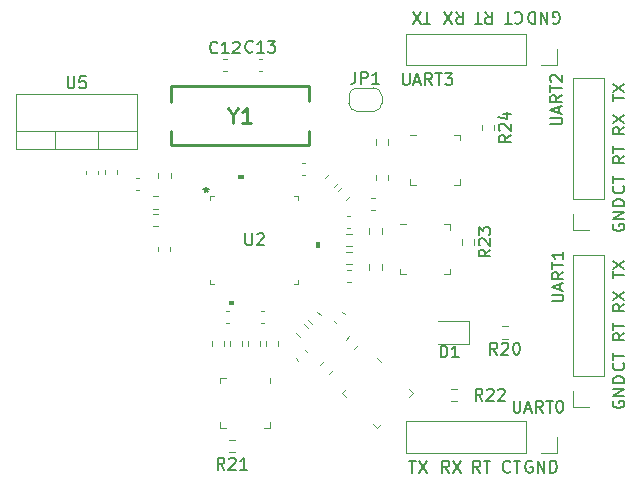
<source format=gbr>
%TF.GenerationSoftware,KiCad,Pcbnew,6.0.7-f9a2dced07~116~ubuntu22.04.1*%
%TF.CreationDate,2022-08-22T18:57:46+02:00*%
%TF.ProjectId,First,46697273-742e-46b6-9963-61645f706362,rev?*%
%TF.SameCoordinates,Original*%
%TF.FileFunction,Legend,Top*%
%TF.FilePolarity,Positive*%
%FSLAX46Y46*%
G04 Gerber Fmt 4.6, Leading zero omitted, Abs format (unit mm)*
G04 Created by KiCad (PCBNEW 6.0.7-f9a2dced07~116~ubuntu22.04.1) date 2022-08-22 18:57:46*
%MOMM*%
%LPD*%
G01*
G04 APERTURE LIST*
%ADD10C,0.150000*%
%ADD11C,0.254000*%
%ADD12C,0.120000*%
%ADD13C,0.100000*%
G04 APERTURE END LIST*
D10*
X141985904Y-38854000D02*
X142081142Y-38901619D01*
X142224000Y-38901619D01*
X142366857Y-38854000D01*
X142462095Y-38758761D01*
X142509714Y-38663523D01*
X142557333Y-38473047D01*
X142557333Y-38330190D01*
X142509714Y-38139714D01*
X142462095Y-38044476D01*
X142366857Y-37949238D01*
X142224000Y-37901619D01*
X142128761Y-37901619D01*
X141985904Y-37949238D01*
X141938285Y-37996857D01*
X141938285Y-38330190D01*
X142128761Y-38330190D01*
X141509714Y-37901619D02*
X141509714Y-38901619D01*
X140938285Y-37901619D01*
X140938285Y-38901619D01*
X140462095Y-37901619D02*
X140462095Y-38901619D01*
X140224000Y-38901619D01*
X140081142Y-38854000D01*
X139985904Y-38758761D01*
X139938285Y-38663523D01*
X139890666Y-38473047D01*
X139890666Y-38330190D01*
X139938285Y-38139714D01*
X139985904Y-38044476D01*
X140081142Y-37949238D01*
X140224000Y-37901619D01*
X140462095Y-37901619D01*
X138755428Y-37996857D02*
X138803047Y-37949238D01*
X138945904Y-37901619D01*
X139041142Y-37901619D01*
X139184000Y-37949238D01*
X139279238Y-38044476D01*
X139326857Y-38139714D01*
X139374476Y-38330190D01*
X139374476Y-38473047D01*
X139326857Y-38663523D01*
X139279238Y-38758761D01*
X139184000Y-38854000D01*
X139041142Y-38901619D01*
X138945904Y-38901619D01*
X138803047Y-38854000D01*
X138755428Y-38806380D01*
X138469714Y-38901619D02*
X137898285Y-38901619D01*
X138184000Y-37901619D02*
X138184000Y-38901619D01*
X133770666Y-37901619D02*
X134104000Y-38377809D01*
X134342095Y-37901619D02*
X134342095Y-38901619D01*
X133961142Y-38901619D01*
X133865904Y-38854000D01*
X133818285Y-38806380D01*
X133770666Y-38711142D01*
X133770666Y-38568285D01*
X133818285Y-38473047D01*
X133865904Y-38425428D01*
X133961142Y-38377809D01*
X134342095Y-38377809D01*
X133437333Y-38901619D02*
X132770666Y-37901619D01*
X132770666Y-38901619D02*
X133437333Y-37901619D01*
X136215428Y-37901619D02*
X136548761Y-38377809D01*
X136786857Y-37901619D02*
X136786857Y-38901619D01*
X136405904Y-38901619D01*
X136310666Y-38854000D01*
X136263047Y-38806380D01*
X136215428Y-38711142D01*
X136215428Y-38568285D01*
X136263047Y-38473047D01*
X136310666Y-38425428D01*
X136405904Y-38377809D01*
X136786857Y-38377809D01*
X135929714Y-38901619D02*
X135358285Y-38901619D01*
X135644000Y-37901619D02*
X135644000Y-38901619D01*
X131571904Y-38901619D02*
X131000476Y-38901619D01*
X131286190Y-37901619D02*
X131286190Y-38901619D01*
X130762380Y-38901619D02*
X130095714Y-37901619D01*
X130095714Y-38901619D02*
X130762380Y-37901619D01*
X147074000Y-55879904D02*
X147026380Y-55975142D01*
X147026380Y-56118000D01*
X147074000Y-56260857D01*
X147169238Y-56356095D01*
X147264476Y-56403714D01*
X147454952Y-56451333D01*
X147597809Y-56451333D01*
X147788285Y-56403714D01*
X147883523Y-56356095D01*
X147978761Y-56260857D01*
X148026380Y-56118000D01*
X148026380Y-56022761D01*
X147978761Y-55879904D01*
X147931142Y-55832285D01*
X147597809Y-55832285D01*
X147597809Y-56022761D01*
X148026380Y-55403714D02*
X147026380Y-55403714D01*
X148026380Y-54832285D01*
X147026380Y-54832285D01*
X148026380Y-54356095D02*
X147026380Y-54356095D01*
X147026380Y-54118000D01*
X147074000Y-53975142D01*
X147169238Y-53879904D01*
X147264476Y-53832285D01*
X147454952Y-53784666D01*
X147597809Y-53784666D01*
X147788285Y-53832285D01*
X147883523Y-53879904D01*
X147978761Y-53975142D01*
X148026380Y-54118000D01*
X148026380Y-54356095D01*
X147931142Y-52649428D02*
X147978761Y-52697047D01*
X148026380Y-52839904D01*
X148026380Y-52935142D01*
X147978761Y-53078000D01*
X147883523Y-53173238D01*
X147788285Y-53220857D01*
X147597809Y-53268476D01*
X147454952Y-53268476D01*
X147264476Y-53220857D01*
X147169238Y-53173238D01*
X147074000Y-53078000D01*
X147026380Y-52935142D01*
X147026380Y-52839904D01*
X147074000Y-52697047D01*
X147121619Y-52649428D01*
X147026380Y-52363714D02*
X147026380Y-51792285D01*
X148026380Y-52078000D02*
X147026380Y-52078000D01*
X148026380Y-47664666D02*
X147550190Y-47998000D01*
X148026380Y-48236095D02*
X147026380Y-48236095D01*
X147026380Y-47855142D01*
X147074000Y-47759904D01*
X147121619Y-47712285D01*
X147216857Y-47664666D01*
X147359714Y-47664666D01*
X147454952Y-47712285D01*
X147502571Y-47759904D01*
X147550190Y-47855142D01*
X147550190Y-48236095D01*
X147026380Y-47331333D02*
X148026380Y-46664666D01*
X147026380Y-46664666D02*
X148026380Y-47331333D01*
X148026380Y-50109428D02*
X147550190Y-50442761D01*
X148026380Y-50680857D02*
X147026380Y-50680857D01*
X147026380Y-50299904D01*
X147074000Y-50204666D01*
X147121619Y-50157047D01*
X147216857Y-50109428D01*
X147359714Y-50109428D01*
X147454952Y-50157047D01*
X147502571Y-50204666D01*
X147550190Y-50299904D01*
X147550190Y-50680857D01*
X147026380Y-49823714D02*
X147026380Y-49252285D01*
X148026380Y-49538000D02*
X147026380Y-49538000D01*
X147026380Y-45465904D02*
X147026380Y-44894476D01*
X148026380Y-45180190D02*
X147026380Y-45180190D01*
X147026380Y-44656380D02*
X148026380Y-43989714D01*
X147026380Y-43989714D02*
X148026380Y-44656380D01*
X148026380Y-65095428D02*
X147550190Y-65428761D01*
X148026380Y-65666857D02*
X147026380Y-65666857D01*
X147026380Y-65285904D01*
X147074000Y-65190666D01*
X147121619Y-65143047D01*
X147216857Y-65095428D01*
X147359714Y-65095428D01*
X147454952Y-65143047D01*
X147502571Y-65190666D01*
X147550190Y-65285904D01*
X147550190Y-65666857D01*
X147026380Y-64809714D02*
X147026380Y-64238285D01*
X148026380Y-64524000D02*
X147026380Y-64524000D01*
X147026380Y-60451904D02*
X147026380Y-59880476D01*
X148026380Y-60166190D02*
X147026380Y-60166190D01*
X147026380Y-59642380D02*
X148026380Y-58975714D01*
X147026380Y-58975714D02*
X148026380Y-59642380D01*
X147074000Y-70865904D02*
X147026380Y-70961142D01*
X147026380Y-71104000D01*
X147074000Y-71246857D01*
X147169238Y-71342095D01*
X147264476Y-71389714D01*
X147454952Y-71437333D01*
X147597809Y-71437333D01*
X147788285Y-71389714D01*
X147883523Y-71342095D01*
X147978761Y-71246857D01*
X148026380Y-71104000D01*
X148026380Y-71008761D01*
X147978761Y-70865904D01*
X147931142Y-70818285D01*
X147597809Y-70818285D01*
X147597809Y-71008761D01*
X148026380Y-70389714D02*
X147026380Y-70389714D01*
X148026380Y-69818285D01*
X147026380Y-69818285D01*
X148026380Y-69342095D02*
X147026380Y-69342095D01*
X147026380Y-69104000D01*
X147074000Y-68961142D01*
X147169238Y-68865904D01*
X147264476Y-68818285D01*
X147454952Y-68770666D01*
X147597809Y-68770666D01*
X147788285Y-68818285D01*
X147883523Y-68865904D01*
X147978761Y-68961142D01*
X148026380Y-69104000D01*
X148026380Y-69342095D01*
X147931142Y-67635428D02*
X147978761Y-67683047D01*
X148026380Y-67825904D01*
X148026380Y-67921142D01*
X147978761Y-68064000D01*
X147883523Y-68159238D01*
X147788285Y-68206857D01*
X147597809Y-68254476D01*
X147454952Y-68254476D01*
X147264476Y-68206857D01*
X147169238Y-68159238D01*
X147074000Y-68064000D01*
X147026380Y-67921142D01*
X147026380Y-67825904D01*
X147074000Y-67683047D01*
X147121619Y-67635428D01*
X147026380Y-67349714D02*
X147026380Y-66778285D01*
X148026380Y-67064000D02*
X147026380Y-67064000D01*
X148026380Y-62650666D02*
X147550190Y-62984000D01*
X148026380Y-63222095D02*
X147026380Y-63222095D01*
X147026380Y-62841142D01*
X147074000Y-62745904D01*
X147121619Y-62698285D01*
X147216857Y-62650666D01*
X147359714Y-62650666D01*
X147454952Y-62698285D01*
X147502571Y-62745904D01*
X147550190Y-62841142D01*
X147550190Y-63222095D01*
X147026380Y-62317333D02*
X148026380Y-61650666D01*
X147026380Y-61650666D02*
X148026380Y-62317333D01*
X140208095Y-75954000D02*
X140112857Y-75906380D01*
X139970000Y-75906380D01*
X139827142Y-75954000D01*
X139731904Y-76049238D01*
X139684285Y-76144476D01*
X139636666Y-76334952D01*
X139636666Y-76477809D01*
X139684285Y-76668285D01*
X139731904Y-76763523D01*
X139827142Y-76858761D01*
X139970000Y-76906380D01*
X140065238Y-76906380D01*
X140208095Y-76858761D01*
X140255714Y-76811142D01*
X140255714Y-76477809D01*
X140065238Y-76477809D01*
X140684285Y-76906380D02*
X140684285Y-75906380D01*
X141255714Y-76906380D01*
X141255714Y-75906380D01*
X141731904Y-76906380D02*
X141731904Y-75906380D01*
X141970000Y-75906380D01*
X142112857Y-75954000D01*
X142208095Y-76049238D01*
X142255714Y-76144476D01*
X142303333Y-76334952D01*
X142303333Y-76477809D01*
X142255714Y-76668285D01*
X142208095Y-76763523D01*
X142112857Y-76858761D01*
X141970000Y-76906380D01*
X141731904Y-76906380D01*
X138358571Y-76811142D02*
X138310952Y-76858761D01*
X138168095Y-76906380D01*
X138072857Y-76906380D01*
X137930000Y-76858761D01*
X137834761Y-76763523D01*
X137787142Y-76668285D01*
X137739523Y-76477809D01*
X137739523Y-76334952D01*
X137787142Y-76144476D01*
X137834761Y-76049238D01*
X137930000Y-75954000D01*
X138072857Y-75906380D01*
X138168095Y-75906380D01*
X138310952Y-75954000D01*
X138358571Y-76001619D01*
X138644285Y-75906380D02*
X139215714Y-75906380D01*
X138930000Y-76906380D02*
X138930000Y-75906380D01*
X135818571Y-76906380D02*
X135485238Y-76430190D01*
X135247142Y-76906380D02*
X135247142Y-75906380D01*
X135628095Y-75906380D01*
X135723333Y-75954000D01*
X135770952Y-76001619D01*
X135818571Y-76096857D01*
X135818571Y-76239714D01*
X135770952Y-76334952D01*
X135723333Y-76382571D01*
X135628095Y-76430190D01*
X135247142Y-76430190D01*
X136104285Y-75906380D02*
X136675714Y-75906380D01*
X136390000Y-76906380D02*
X136390000Y-75906380D01*
X133183333Y-76906380D02*
X132850000Y-76430190D01*
X132611904Y-76906380D02*
X132611904Y-75906380D01*
X132992857Y-75906380D01*
X133088095Y-75954000D01*
X133135714Y-76001619D01*
X133183333Y-76096857D01*
X133183333Y-76239714D01*
X133135714Y-76334952D01*
X133088095Y-76382571D01*
X132992857Y-76430190D01*
X132611904Y-76430190D01*
X133516666Y-75906380D02*
X134183333Y-76906380D01*
X134183333Y-75906380D02*
X133516666Y-76906380D01*
X129794095Y-75906380D02*
X130365523Y-75906380D01*
X130079809Y-76906380D02*
X130079809Y-75906380D01*
X130603619Y-75906380D02*
X131270285Y-76906380D01*
X131270285Y-75906380D02*
X130603619Y-76906380D01*
%TO.C,R22*%
X136009142Y-70814380D02*
X135675809Y-70338190D01*
X135437714Y-70814380D02*
X135437714Y-69814380D01*
X135818666Y-69814380D01*
X135913904Y-69862000D01*
X135961523Y-69909619D01*
X136009142Y-70004857D01*
X136009142Y-70147714D01*
X135961523Y-70242952D01*
X135913904Y-70290571D01*
X135818666Y-70338190D01*
X135437714Y-70338190D01*
X136390095Y-69909619D02*
X136437714Y-69862000D01*
X136532952Y-69814380D01*
X136771047Y-69814380D01*
X136866285Y-69862000D01*
X136913904Y-69909619D01*
X136961523Y-70004857D01*
X136961523Y-70100095D01*
X136913904Y-70242952D01*
X136342476Y-70814380D01*
X136961523Y-70814380D01*
X137342476Y-69909619D02*
X137390095Y-69862000D01*
X137485333Y-69814380D01*
X137723428Y-69814380D01*
X137818666Y-69862000D01*
X137866285Y-69909619D01*
X137913904Y-70004857D01*
X137913904Y-70100095D01*
X137866285Y-70242952D01*
X137294857Y-70814380D01*
X137913904Y-70814380D01*
%TO.C,J2*%
X141857380Y-62411428D02*
X142666904Y-62411428D01*
X142762142Y-62363809D01*
X142809761Y-62316190D01*
X142857380Y-62220952D01*
X142857380Y-62030476D01*
X142809761Y-61935238D01*
X142762142Y-61887619D01*
X142666904Y-61840000D01*
X141857380Y-61840000D01*
X142571666Y-61411428D02*
X142571666Y-60935238D01*
X142857380Y-61506666D02*
X141857380Y-61173333D01*
X142857380Y-60840000D01*
X142857380Y-59935238D02*
X142381190Y-60268571D01*
X142857380Y-60506666D02*
X141857380Y-60506666D01*
X141857380Y-60125714D01*
X141905000Y-60030476D01*
X141952619Y-59982857D01*
X142047857Y-59935238D01*
X142190714Y-59935238D01*
X142285952Y-59982857D01*
X142333571Y-60030476D01*
X142381190Y-60125714D01*
X142381190Y-60506666D01*
X141857380Y-59649523D02*
X141857380Y-59078095D01*
X142857380Y-59363809D02*
X141857380Y-59363809D01*
X142857380Y-58220952D02*
X142857380Y-58792380D01*
X142857380Y-58506666D02*
X141857380Y-58506666D01*
X142000238Y-58601904D01*
X142095476Y-58697142D01*
X142143095Y-58792380D01*
%TO.C,C12*%
X113557142Y-41327142D02*
X113509523Y-41374761D01*
X113366666Y-41422380D01*
X113271428Y-41422380D01*
X113128571Y-41374761D01*
X113033333Y-41279523D01*
X112985714Y-41184285D01*
X112938095Y-40993809D01*
X112938095Y-40850952D01*
X112985714Y-40660476D01*
X113033333Y-40565238D01*
X113128571Y-40470000D01*
X113271428Y-40422380D01*
X113366666Y-40422380D01*
X113509523Y-40470000D01*
X113557142Y-40517619D01*
X114509523Y-41422380D02*
X113938095Y-41422380D01*
X114223809Y-41422380D02*
X114223809Y-40422380D01*
X114128571Y-40565238D01*
X114033333Y-40660476D01*
X113938095Y-40708095D01*
X114890476Y-40517619D02*
X114938095Y-40470000D01*
X115033333Y-40422380D01*
X115271428Y-40422380D01*
X115366666Y-40470000D01*
X115414285Y-40517619D01*
X115461904Y-40612857D01*
X115461904Y-40708095D01*
X115414285Y-40850952D01*
X114842857Y-41422380D01*
X115461904Y-41422380D01*
%TO.C,R21*%
X114165142Y-76652380D02*
X113831809Y-76176190D01*
X113593714Y-76652380D02*
X113593714Y-75652380D01*
X113974666Y-75652380D01*
X114069904Y-75700000D01*
X114117523Y-75747619D01*
X114165142Y-75842857D01*
X114165142Y-75985714D01*
X114117523Y-76080952D01*
X114069904Y-76128571D01*
X113974666Y-76176190D01*
X113593714Y-76176190D01*
X114546095Y-75747619D02*
X114593714Y-75700000D01*
X114688952Y-75652380D01*
X114927047Y-75652380D01*
X115022285Y-75700000D01*
X115069904Y-75747619D01*
X115117523Y-75842857D01*
X115117523Y-75938095D01*
X115069904Y-76080952D01*
X114498476Y-76652380D01*
X115117523Y-76652380D01*
X116069904Y-76652380D02*
X115498476Y-76652380D01*
X115784190Y-76652380D02*
X115784190Y-75652380D01*
X115688952Y-75795238D01*
X115593714Y-75890476D01*
X115498476Y-75938095D01*
%TO.C,J5*%
X129258571Y-43087380D02*
X129258571Y-43896904D01*
X129306190Y-43992142D01*
X129353809Y-44039761D01*
X129449047Y-44087380D01*
X129639523Y-44087380D01*
X129734761Y-44039761D01*
X129782380Y-43992142D01*
X129830000Y-43896904D01*
X129830000Y-43087380D01*
X130258571Y-43801666D02*
X130734761Y-43801666D01*
X130163333Y-44087380D02*
X130496666Y-43087380D01*
X130830000Y-44087380D01*
X131734761Y-44087380D02*
X131401428Y-43611190D01*
X131163333Y-44087380D02*
X131163333Y-43087380D01*
X131544285Y-43087380D01*
X131639523Y-43135000D01*
X131687142Y-43182619D01*
X131734761Y-43277857D01*
X131734761Y-43420714D01*
X131687142Y-43515952D01*
X131639523Y-43563571D01*
X131544285Y-43611190D01*
X131163333Y-43611190D01*
X132020476Y-43087380D02*
X132591904Y-43087380D01*
X132306190Y-44087380D02*
X132306190Y-43087380D01*
X132830000Y-43087380D02*
X133449047Y-43087380D01*
X133115714Y-43468333D01*
X133258571Y-43468333D01*
X133353809Y-43515952D01*
X133401428Y-43563571D01*
X133449047Y-43658809D01*
X133449047Y-43896904D01*
X133401428Y-43992142D01*
X133353809Y-44039761D01*
X133258571Y-44087380D01*
X132972857Y-44087380D01*
X132877619Y-44039761D01*
X132830000Y-43992142D01*
D11*
%TO.C,Y1*%
X114895238Y-46669761D02*
X114895238Y-47274523D01*
X114471904Y-46004523D02*
X114895238Y-46669761D01*
X115318571Y-46004523D01*
X116407142Y-47274523D02*
X115681428Y-47274523D01*
X116044285Y-47274523D02*
X116044285Y-46004523D01*
X115923333Y-46185952D01*
X115802380Y-46306904D01*
X115681428Y-46367380D01*
D10*
%TO.C,C13*%
X116557142Y-41257142D02*
X116509523Y-41304761D01*
X116366666Y-41352380D01*
X116271428Y-41352380D01*
X116128571Y-41304761D01*
X116033333Y-41209523D01*
X115985714Y-41114285D01*
X115938095Y-40923809D01*
X115938095Y-40780952D01*
X115985714Y-40590476D01*
X116033333Y-40495238D01*
X116128571Y-40400000D01*
X116271428Y-40352380D01*
X116366666Y-40352380D01*
X116509523Y-40400000D01*
X116557142Y-40447619D01*
X117509523Y-41352380D02*
X116938095Y-41352380D01*
X117223809Y-41352380D02*
X117223809Y-40352380D01*
X117128571Y-40495238D01*
X117033333Y-40590476D01*
X116938095Y-40638095D01*
X117842857Y-40352380D02*
X118461904Y-40352380D01*
X118128571Y-40733333D01*
X118271428Y-40733333D01*
X118366666Y-40780952D01*
X118414285Y-40828571D01*
X118461904Y-40923809D01*
X118461904Y-41161904D01*
X118414285Y-41257142D01*
X118366666Y-41304761D01*
X118271428Y-41352380D01*
X117985714Y-41352380D01*
X117890476Y-41304761D01*
X117842857Y-41257142D01*
%TO.C,R24*%
X138382380Y-48342857D02*
X137906190Y-48676190D01*
X138382380Y-48914285D02*
X137382380Y-48914285D01*
X137382380Y-48533333D01*
X137430000Y-48438095D01*
X137477619Y-48390476D01*
X137572857Y-48342857D01*
X137715714Y-48342857D01*
X137810952Y-48390476D01*
X137858571Y-48438095D01*
X137906190Y-48533333D01*
X137906190Y-48914285D01*
X137477619Y-47961904D02*
X137430000Y-47914285D01*
X137382380Y-47819047D01*
X137382380Y-47580952D01*
X137430000Y-47485714D01*
X137477619Y-47438095D01*
X137572857Y-47390476D01*
X137668095Y-47390476D01*
X137810952Y-47438095D01*
X138382380Y-48009523D01*
X138382380Y-47390476D01*
X137715714Y-46533333D02*
X138382380Y-46533333D01*
X137334761Y-46771428D02*
X138049047Y-47009523D01*
X138049047Y-46390476D01*
%TO.C,U5*%
X100888095Y-43372380D02*
X100888095Y-44181904D01*
X100935714Y-44277142D01*
X100983333Y-44324761D01*
X101078571Y-44372380D01*
X101269047Y-44372380D01*
X101364285Y-44324761D01*
X101411904Y-44277142D01*
X101459523Y-44181904D01*
X101459523Y-43372380D01*
X102411904Y-43372380D02*
X101935714Y-43372380D01*
X101888095Y-43848571D01*
X101935714Y-43800952D01*
X102030952Y-43753333D01*
X102269047Y-43753333D01*
X102364285Y-43800952D01*
X102411904Y-43848571D01*
X102459523Y-43943809D01*
X102459523Y-44181904D01*
X102411904Y-44277142D01*
X102364285Y-44324761D01*
X102269047Y-44372380D01*
X102030952Y-44372380D01*
X101935714Y-44324761D01*
X101888095Y-44277142D01*
%TO.C,R23*%
X136682380Y-58042857D02*
X136206190Y-58376190D01*
X136682380Y-58614285D02*
X135682380Y-58614285D01*
X135682380Y-58233333D01*
X135730000Y-58138095D01*
X135777619Y-58090476D01*
X135872857Y-58042857D01*
X136015714Y-58042857D01*
X136110952Y-58090476D01*
X136158571Y-58138095D01*
X136206190Y-58233333D01*
X136206190Y-58614285D01*
X135777619Y-57661904D02*
X135730000Y-57614285D01*
X135682380Y-57519047D01*
X135682380Y-57280952D01*
X135730000Y-57185714D01*
X135777619Y-57138095D01*
X135872857Y-57090476D01*
X135968095Y-57090476D01*
X136110952Y-57138095D01*
X136682380Y-57709523D01*
X136682380Y-57090476D01*
X135682380Y-56757142D02*
X135682380Y-56138095D01*
X136063333Y-56471428D01*
X136063333Y-56328571D01*
X136110952Y-56233333D01*
X136158571Y-56185714D01*
X136253809Y-56138095D01*
X136491904Y-56138095D01*
X136587142Y-56185714D01*
X136634761Y-56233333D01*
X136682380Y-56328571D01*
X136682380Y-56614285D01*
X136634761Y-56709523D01*
X136587142Y-56757142D01*
%TO.C,U2*%
X115938095Y-56652380D02*
X115938095Y-57461904D01*
X115985714Y-57557142D01*
X116033333Y-57604761D01*
X116128571Y-57652380D01*
X116319047Y-57652380D01*
X116414285Y-57604761D01*
X116461904Y-57557142D01*
X116509523Y-57461904D01*
X116509523Y-56652380D01*
X116938095Y-56747619D02*
X116985714Y-56700000D01*
X117080952Y-56652380D01*
X117319047Y-56652380D01*
X117414285Y-56700000D01*
X117461904Y-56747619D01*
X117509523Y-56842857D01*
X117509523Y-56938095D01*
X117461904Y-57080952D01*
X116890476Y-57652380D01*
X117509523Y-57652380D01*
X112620000Y-52752380D02*
X112620000Y-52990476D01*
X112381904Y-52895238D02*
X112620000Y-52990476D01*
X112858095Y-52895238D01*
X112477142Y-53180952D02*
X112620000Y-52990476D01*
X112762857Y-53180952D01*
%TO.C,J4*%
X141747380Y-47431428D02*
X142556904Y-47431428D01*
X142652142Y-47383809D01*
X142699761Y-47336190D01*
X142747380Y-47240952D01*
X142747380Y-47050476D01*
X142699761Y-46955238D01*
X142652142Y-46907619D01*
X142556904Y-46860000D01*
X141747380Y-46860000D01*
X142461666Y-46431428D02*
X142461666Y-45955238D01*
X142747380Y-46526666D02*
X141747380Y-46193333D01*
X142747380Y-45860000D01*
X142747380Y-44955238D02*
X142271190Y-45288571D01*
X142747380Y-45526666D02*
X141747380Y-45526666D01*
X141747380Y-45145714D01*
X141795000Y-45050476D01*
X141842619Y-45002857D01*
X141937857Y-44955238D01*
X142080714Y-44955238D01*
X142175952Y-45002857D01*
X142223571Y-45050476D01*
X142271190Y-45145714D01*
X142271190Y-45526666D01*
X141747380Y-44669523D02*
X141747380Y-44098095D01*
X142747380Y-44383809D02*
X141747380Y-44383809D01*
X141842619Y-43812380D02*
X141795000Y-43764761D01*
X141747380Y-43669523D01*
X141747380Y-43431428D01*
X141795000Y-43336190D01*
X141842619Y-43288571D01*
X141937857Y-43240952D01*
X142033095Y-43240952D01*
X142175952Y-43288571D01*
X142747380Y-43860000D01*
X142747380Y-43240952D01*
%TO.C,J1*%
X138644571Y-70826380D02*
X138644571Y-71635904D01*
X138692190Y-71731142D01*
X138739809Y-71778761D01*
X138835047Y-71826380D01*
X139025523Y-71826380D01*
X139120761Y-71778761D01*
X139168380Y-71731142D01*
X139216000Y-71635904D01*
X139216000Y-70826380D01*
X139644571Y-71540666D02*
X140120761Y-71540666D01*
X139549333Y-71826380D02*
X139882666Y-70826380D01*
X140216000Y-71826380D01*
X141120761Y-71826380D02*
X140787428Y-71350190D01*
X140549333Y-71826380D02*
X140549333Y-70826380D01*
X140930285Y-70826380D01*
X141025523Y-70874000D01*
X141073142Y-70921619D01*
X141120761Y-71016857D01*
X141120761Y-71159714D01*
X141073142Y-71254952D01*
X141025523Y-71302571D01*
X140930285Y-71350190D01*
X140549333Y-71350190D01*
X141406476Y-70826380D02*
X141977904Y-70826380D01*
X141692190Y-71826380D02*
X141692190Y-70826380D01*
X142501714Y-70826380D02*
X142596952Y-70826380D01*
X142692190Y-70874000D01*
X142739809Y-70921619D01*
X142787428Y-71016857D01*
X142835047Y-71207333D01*
X142835047Y-71445428D01*
X142787428Y-71635904D01*
X142739809Y-71731142D01*
X142692190Y-71778761D01*
X142596952Y-71826380D01*
X142501714Y-71826380D01*
X142406476Y-71778761D01*
X142358857Y-71731142D01*
X142311238Y-71635904D01*
X142263619Y-71445428D01*
X142263619Y-71207333D01*
X142311238Y-71016857D01*
X142358857Y-70921619D01*
X142406476Y-70874000D01*
X142501714Y-70826380D01*
%TO.C,D1*%
X132461904Y-67162380D02*
X132461904Y-66162380D01*
X132700000Y-66162380D01*
X132842857Y-66210000D01*
X132938095Y-66305238D01*
X132985714Y-66400476D01*
X133033333Y-66590952D01*
X133033333Y-66733809D01*
X132985714Y-66924285D01*
X132938095Y-67019523D01*
X132842857Y-67114761D01*
X132700000Y-67162380D01*
X132461904Y-67162380D01*
X133985714Y-67162380D02*
X133414285Y-67162380D01*
X133700000Y-67162380D02*
X133700000Y-66162380D01*
X133604761Y-66305238D01*
X133509523Y-66400476D01*
X133414285Y-66448095D01*
%TO.C,JP1*%
X125256666Y-42982380D02*
X125256666Y-43696666D01*
X125209047Y-43839523D01*
X125113809Y-43934761D01*
X124970952Y-43982380D01*
X124875714Y-43982380D01*
X125732857Y-43982380D02*
X125732857Y-42982380D01*
X126113809Y-42982380D01*
X126209047Y-43030000D01*
X126256666Y-43077619D01*
X126304285Y-43172857D01*
X126304285Y-43315714D01*
X126256666Y-43410952D01*
X126209047Y-43458571D01*
X126113809Y-43506190D01*
X125732857Y-43506190D01*
X127256666Y-43982380D02*
X126685238Y-43982380D01*
X126970952Y-43982380D02*
X126970952Y-42982380D01*
X126875714Y-43125238D01*
X126780476Y-43220476D01*
X126685238Y-43268095D01*
%TO.C,R20*%
X137257142Y-66922380D02*
X136923809Y-66446190D01*
X136685714Y-66922380D02*
X136685714Y-65922380D01*
X137066666Y-65922380D01*
X137161904Y-65970000D01*
X137209523Y-66017619D01*
X137257142Y-66112857D01*
X137257142Y-66255714D01*
X137209523Y-66350952D01*
X137161904Y-66398571D01*
X137066666Y-66446190D01*
X136685714Y-66446190D01*
X137638095Y-66017619D02*
X137685714Y-65970000D01*
X137780952Y-65922380D01*
X138019047Y-65922380D01*
X138114285Y-65970000D01*
X138161904Y-66017619D01*
X138209523Y-66112857D01*
X138209523Y-66208095D01*
X138161904Y-66350952D01*
X137590476Y-66922380D01*
X138209523Y-66922380D01*
X138828571Y-65922380D02*
X138923809Y-65922380D01*
X139019047Y-65970000D01*
X139066666Y-66017619D01*
X139114285Y-66112857D01*
X139161904Y-66303333D01*
X139161904Y-66541428D01*
X139114285Y-66731904D01*
X139066666Y-66827142D01*
X139019047Y-66874761D01*
X138923809Y-66922380D01*
X138828571Y-66922380D01*
X138733333Y-66874761D01*
X138685714Y-66827142D01*
X138638095Y-66731904D01*
X138590476Y-66541428D01*
X138590476Y-66303333D01*
X138638095Y-66112857D01*
X138685714Y-66017619D01*
X138733333Y-65970000D01*
X138828571Y-65922380D01*
D12*
%TO.C,R12*%
X124748303Y-65372770D02*
X124412770Y-65708303D01*
X125487230Y-66111697D02*
X125151697Y-66447230D01*
%TO.C,R16*%
X126967500Y-52167258D02*
X126967500Y-51692742D01*
X128012500Y-52167258D02*
X128012500Y-51692742D01*
%TO.C,R8*%
X122282770Y-67828303D02*
X122618303Y-67492770D01*
X123021697Y-68567230D02*
X123357230Y-68231697D01*
%TO.C,R2*%
X115672500Y-66227258D02*
X115672500Y-65752742D01*
X114627500Y-66227258D02*
X114627500Y-65752742D01*
%TO.C,R22*%
X133837258Y-69835500D02*
X133362742Y-69835500D01*
X133837258Y-70880500D02*
X133362742Y-70880500D01*
%TO.C,C10*%
X126609420Y-53690000D02*
X126890580Y-53690000D01*
X126609420Y-54710000D02*
X126890580Y-54710000D01*
%TO.C,J2*%
X143670000Y-71330000D02*
X143670000Y-70000000D01*
X145000000Y-71330000D02*
X143670000Y-71330000D01*
X146330000Y-68730000D02*
X143670000Y-68730000D01*
X146330000Y-58510000D02*
X143670000Y-58510000D01*
X146330000Y-68730000D02*
X146330000Y-58510000D01*
X143670000Y-68730000D02*
X143670000Y-58510000D01*
%TO.C,R11*%
X124937258Y-59272500D02*
X124462742Y-59272500D01*
X124937258Y-58227500D02*
X124462742Y-58227500D01*
%TO.C,C8*%
X124549420Y-55210000D02*
X124830580Y-55210000D01*
X124549420Y-56230000D02*
X124830580Y-56230000D01*
%TO.C,C12*%
X114059420Y-42910000D02*
X114340580Y-42910000D01*
X114059420Y-41890000D02*
X114340580Y-41890000D01*
%TO.C,R21*%
X114570742Y-74153500D02*
X115045258Y-74153500D01*
X114570742Y-75198500D02*
X115045258Y-75198500D01*
%TO.C,R18*%
X128012500Y-48662742D02*
X128012500Y-49137258D01*
X126967500Y-48662742D02*
X126967500Y-49137258D01*
%TO.C,R1*%
X113067500Y-65732742D02*
X113067500Y-66207258D01*
X114112500Y-65732742D02*
X114112500Y-66207258D01*
%TO.C,J5*%
X139730000Y-39740000D02*
X129510000Y-39740000D01*
X139730000Y-39740000D02*
X139730000Y-42400000D01*
X129510000Y-39740000D02*
X129510000Y-42400000D01*
X139730000Y-42400000D02*
X129510000Y-42400000D01*
X142330000Y-42400000D02*
X141000000Y-42400000D01*
X142330000Y-41070000D02*
X142330000Y-42400000D01*
%TO.C,C11*%
X121020580Y-50660000D02*
X120739420Y-50660000D01*
X121020580Y-51680000D02*
X120739420Y-51680000D01*
%TO.C,R7*%
X109612500Y-51512742D02*
X109612500Y-51987258D01*
X108567500Y-51512742D02*
X108567500Y-51987258D01*
D11*
%TO.C,Y1*%
X109650000Y-49200000D02*
X109650000Y-47950000D01*
X121350000Y-44200000D02*
X109650000Y-44200000D01*
X109650000Y-49200000D02*
X121350000Y-49200000D01*
X121350000Y-44200000D02*
X121350000Y-45450000D01*
X121350000Y-49200000D02*
X121350000Y-47950000D01*
X109650000Y-44200000D02*
X109650000Y-45494000D01*
D12*
%TO.C,C9*%
X104010000Y-51329420D02*
X104010000Y-51610580D01*
X105030000Y-51329420D02*
X105030000Y-51610580D01*
%TO.C,C13*%
X117340580Y-42910000D02*
X117059420Y-42910000D01*
X117340580Y-41890000D02*
X117059420Y-41890000D01*
%TO.C,C2*%
X102440000Y-51339420D02*
X102440000Y-51620580D01*
X103460000Y-51339420D02*
X103460000Y-51620580D01*
%TO.C,R24*%
X137022500Y-47462742D02*
X137022500Y-47937258D01*
X135977500Y-47462742D02*
X135977500Y-47937258D01*
%TO.C,R9*%
X127482500Y-59757258D02*
X127482500Y-59282742D01*
X126437500Y-59757258D02*
X126437500Y-59282742D01*
%TO.C,U5*%
X106750000Y-44854000D02*
X96510000Y-44854000D01*
X106750000Y-47985000D02*
X96510000Y-47985000D01*
X96510000Y-49495000D02*
X96510000Y-44854000D01*
X106750000Y-49495000D02*
X96510000Y-49495000D01*
X106750000Y-49495000D02*
X106750000Y-44854000D01*
X99779000Y-49495000D02*
X99779000Y-47985000D01*
X103480000Y-49495000D02*
X103480000Y-47985000D01*
%TO.C,R15*%
X124937258Y-56717500D02*
X124462742Y-56717500D01*
X124937258Y-57762500D02*
X124462742Y-57762500D01*
%TO.C,C7*%
X124151219Y-63319970D02*
X124350030Y-63518781D01*
X123429970Y-64041219D02*
X123628781Y-64240030D01*
%TO.C,R5*%
X108577258Y-53527500D02*
X108102742Y-53527500D01*
X108577258Y-54572500D02*
X108102742Y-54572500D01*
%TO.C,U4*%
X129030000Y-60110000D02*
X129030000Y-59635000D01*
X133250000Y-55890000D02*
X133250000Y-56365000D01*
X132775000Y-55890000D02*
X133250000Y-55890000D01*
X129505000Y-55890000D02*
X129030000Y-55890000D01*
X132775000Y-60110000D02*
X133250000Y-60110000D01*
X133250000Y-60110000D02*
X133250000Y-59635000D01*
X129505000Y-60110000D02*
X129030000Y-60110000D01*
%TO.C,U1*%
X118010000Y-72635000D02*
X118010000Y-73110000D01*
X113790000Y-69365000D02*
X113790000Y-68890000D01*
X113790000Y-72635000D02*
X113790000Y-73110000D01*
X113790000Y-73110000D02*
X114265000Y-73110000D01*
X118010000Y-69365000D02*
X118010000Y-68890000D01*
X118010000Y-73110000D02*
X117535000Y-73110000D01*
X113790000Y-68890000D02*
X114265000Y-68890000D01*
%TO.C,R3*%
X117647500Y-65732742D02*
X117647500Y-66207258D01*
X118692500Y-65732742D02*
X118692500Y-66207258D01*
%TO.C,U3*%
X126774124Y-72838115D02*
X127110000Y-73173991D01*
X124461885Y-70525876D02*
X124126009Y-70190000D01*
X129758115Y-69854124D02*
X130093991Y-70190000D01*
X130093991Y-70190000D02*
X129758115Y-70525876D01*
X127110000Y-73173991D02*
X127445876Y-72838115D01*
X127445876Y-67541885D02*
X127110000Y-67206009D01*
X124126009Y-70190000D02*
X124461885Y-69854124D01*
%TO.C,R23*%
X134277500Y-57162742D02*
X134277500Y-57637258D01*
X135322500Y-57162742D02*
X135322500Y-57637258D01*
%TO.C,R13*%
X127482500Y-56232742D02*
X127482500Y-56707258D01*
X126437500Y-56232742D02*
X126437500Y-56707258D01*
%TO.C,R4*%
X117172500Y-66227258D02*
X117172500Y-65752742D01*
X116127500Y-66227258D02*
X116127500Y-65752742D01*
%TO.C,U2*%
X113313261Y-53478900D02*
X112978900Y-53478900D01*
X112978900Y-60586739D02*
X112978900Y-60921100D01*
X120421100Y-53813261D02*
X120421100Y-53478900D01*
X120086739Y-60921100D02*
X120421100Y-60921100D01*
X112978900Y-60921100D02*
X113313261Y-60921100D01*
X120421100Y-53478900D02*
X120086739Y-53478900D01*
X112978900Y-53478900D02*
X112978900Y-53813261D01*
X120421100Y-60921100D02*
X120421100Y-60586739D01*
G36*
X122161000Y-57790499D02*
G01*
X121907000Y-57790499D01*
X121907000Y-57409499D01*
X122161000Y-57409499D01*
X122161000Y-57790499D01*
G37*
D13*
X122161000Y-57790499D02*
X121907000Y-57790499D01*
X121907000Y-57409499D01*
X122161000Y-57409499D01*
X122161000Y-57790499D01*
G36*
X115690500Y-51993000D02*
G01*
X115309500Y-51993000D01*
X115309500Y-51739000D01*
X115690500Y-51739000D01*
X115690500Y-51993000D01*
G37*
X115690500Y-51993000D02*
X115309500Y-51993000D01*
X115309500Y-51739000D01*
X115690500Y-51739000D01*
X115690500Y-51993000D01*
G36*
X114890499Y-62661000D02*
G01*
X114509499Y-62661000D01*
X114509499Y-62407000D01*
X114890499Y-62407000D01*
X114890499Y-62661000D01*
G37*
X114890499Y-62661000D02*
X114509499Y-62661000D01*
X114509499Y-62407000D01*
X114890499Y-62407000D01*
X114890499Y-62661000D01*
D12*
%TO.C,C18*%
X106950580Y-53000000D02*
X106669420Y-53000000D01*
X106950580Y-51980000D02*
X106669420Y-51980000D01*
%TO.C,U6*%
X130365000Y-52530000D02*
X129890000Y-52530000D01*
X133635000Y-48310000D02*
X134110000Y-48310000D01*
X134110000Y-52530000D02*
X134110000Y-52055000D01*
X133635000Y-52530000D02*
X134110000Y-52530000D01*
X130365000Y-48310000D02*
X129890000Y-48310000D01*
X134110000Y-48310000D02*
X134110000Y-48785000D01*
X129890000Y-52530000D02*
X129890000Y-52055000D01*
%TO.C,R10*%
X120518303Y-65397230D02*
X120182770Y-65061697D01*
X121257230Y-64658303D02*
X120921697Y-64322770D01*
%TO.C,R6*%
X108102742Y-56072500D02*
X108577258Y-56072500D01*
X108102742Y-55027500D02*
X108577258Y-55027500D01*
%TO.C,J4*%
X145000000Y-56330000D02*
X143670000Y-56330000D01*
X143670000Y-53730000D02*
X143670000Y-43510000D01*
X143670000Y-56330000D02*
X143670000Y-55000000D01*
X146330000Y-43510000D02*
X143670000Y-43510000D01*
X146330000Y-53730000D02*
X146330000Y-43510000D01*
X146330000Y-53730000D02*
X143670000Y-53730000D01*
%TO.C,R14*%
X121578303Y-64347230D02*
X121242770Y-64011697D01*
X122317230Y-63608303D02*
X121981697Y-63272770D01*
%TO.C,C6*%
X124559420Y-60780000D02*
X124840580Y-60780000D01*
X124559420Y-59760000D02*
X124840580Y-59760000D01*
%TO.C,R19*%
X123737230Y-52401697D02*
X123401697Y-52737230D01*
X122998303Y-51662770D02*
X122662770Y-51998303D01*
%TO.C,J1*%
X139730000Y-72570000D02*
X139730000Y-75230000D01*
X142330000Y-73900000D02*
X142330000Y-75230000D01*
X129510000Y-72570000D02*
X129510000Y-75230000D01*
X139730000Y-72570000D02*
X129510000Y-72570000D01*
X142330000Y-75230000D02*
X141000000Y-75230000D01*
X139730000Y-75230000D02*
X129510000Y-75230000D01*
%TO.C,D1*%
X132200000Y-66020000D02*
X134885000Y-66020000D01*
X134885000Y-66020000D02*
X134885000Y-64100000D01*
X134885000Y-64100000D02*
X132200000Y-64100000D01*
%TO.C,C1*%
X120941219Y-66499970D02*
X121140030Y-66698781D01*
X120219970Y-67221219D02*
X120418781Y-67420030D01*
%TO.C,C3*%
X114540580Y-64210000D02*
X114259420Y-64210000D01*
X114540580Y-63190000D02*
X114259420Y-63190000D01*
%TO.C,JP1*%
X126790000Y-46330000D02*
X125390000Y-46330000D01*
X125390000Y-44330000D02*
X126790000Y-44330000D01*
X124690000Y-45630000D02*
X124690000Y-45030000D01*
X127490000Y-45030000D02*
X127490000Y-45630000D01*
X126790000Y-46330000D02*
G75*
G03*
X127490000Y-45630000I0J700000D01*
G01*
X124690000Y-45630000D02*
G75*
G03*
X125390000Y-46330000I699999J-1D01*
G01*
X127490000Y-45030000D02*
G75*
G03*
X126790000Y-44330000I-700000J0D01*
G01*
X125390000Y-44330000D02*
G75*
G03*
X124690000Y-45030000I-1J-699999D01*
G01*
%TO.C,R17*%
X124817230Y-53491697D02*
X124481697Y-53827230D01*
X124078303Y-52752770D02*
X123742770Y-53088303D01*
%TO.C,C4*%
X108570000Y-57839420D02*
X108570000Y-58120580D01*
X109590000Y-57839420D02*
X109590000Y-58120580D01*
%TO.C,R20*%
X138137258Y-64517500D02*
X137662742Y-64517500D01*
X138137258Y-65562500D02*
X137662742Y-65562500D01*
%TO.C,C5*%
X117259420Y-64210000D02*
X117540580Y-64210000D01*
X117259420Y-63190000D02*
X117540580Y-63190000D01*
%TD*%
M02*

</source>
